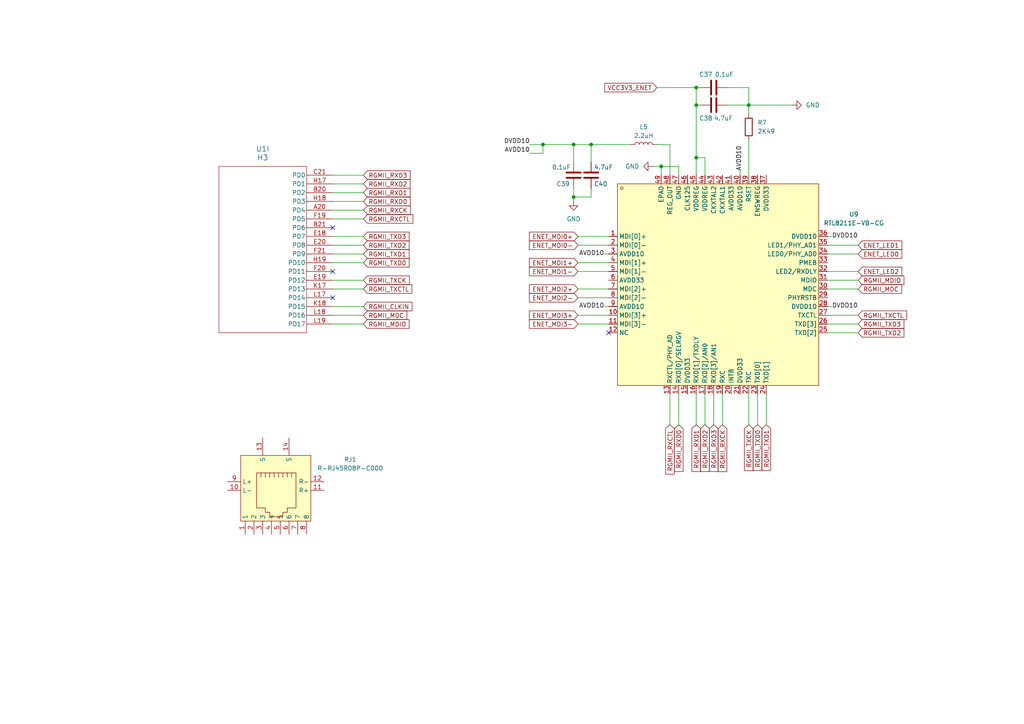
<source format=kicad_sch>
(kicad_sch (version 20250114) (generator "eeschema") (generator_version "9.0")
  (paper "A4")
  (lib_symbols
    (symbol "2024-11-20_05-40-34:H3" (pin_names (offset 0.254))
      (property "Reference" "U" (at 44.45 12.7 0))
      (property "Value" "H3" (at 44.45 10.16 0))
      (symbol "H3_1_1"
        (polyline (pts (xy 7.62 7.62) (xy 7.62 -127)) (stroke (width 0.127)))
        (polyline (pts (xy 7.62 -127) (xy 58.42 -127)) (stroke (width 0.127)))
        (polyline (pts (xy 58.42 7.62) (xy 7.62 7.62)) (stroke (width 0.127)))
        (polyline (pts (xy 58.42 -127) (xy 58.42 7.62)) (stroke (width 0.127)))
        (pin input line (at 0 0 0) (length 7.62) (name "JTAG-SEL0") (number "A1"))
        (pin input line (at 0 -2.54 0) (length 7.62) (name "JTAG-SEL1") (number "B2"))
        (pin unspecified line (at 0 -7.62 0) (length 7.62) (name "MICIN1N") (number "Y1"))
        (pin unspecified line (at 0 -10.16 0) (length 7.62) (name "MICIN1P") (number "W2"))
        (pin unspecified line (at 0 -12.7 0) (length 7.62) (name "MICIN2N") (number "AA2"))
        (pin unspecified line (at 0 -15.24 0) (length 7.62) (name "MICIN2P") (number "Y2"))
        (pin input line (at 0 -20.32 0) (length 7.62) (name "NMI") (number "AA6"))
        (pin input line (at 0 -22.86 0) (length 7.62) (name "RESET") (number "V6"))
        (pin input line (at 0 -25.4 0) (length 7.62) (name "TEST") (number "T5"))
        (pin input line (at 0 -27.94 0) (length 7.62) (name "UBOOT") (number "W6"))
        (pin unspecified line (at 0 -33.02 0) (length 7.62) (name "EPHY_LINK_LE") (number "A2"))
        (pin unspecified line (at 0 -35.56 0) (length 7.62) (name "EPHY_RTX") (number "F6"))
        (pin unspecified line (at 0 -38.1 0) (length 7.62) (name "EPHY_RXN") (number "A4"))
        (pin unspecified line (at 0 -40.64 0) (length 7.62) (name "EPHY_RXP") (number "B4"))
        (pin unspecified line (at 0 -43.18 0) (length 7.62) (name "EPHY_SPD_LE") (number "F7"))
        (pin unspecified line (at 0 -45.72 0) (length 7.62) (name "EPHY_TXN") (number "A3"))
        (pin unspecified line (at 0 -48.26 0) (length 7.62) (name "EPHY_TXP") (number "B3"))
        (pin unspecified line (at 0 -50.8 0) (length 7.62) (name "HCEC") (number "G5"))
        (pin unspecified line (at 0 -53.34 0) (length 7.62) (name "HHPD") (number "M2"))
        (pin unspecified line (at 0 -55.88 0) (length 7.62) (name "HSCL") (number "H3"))
        (pin unspecified line (at 0 -58.42 0) (length 7.62) (name "HSDA") (number "K3"))
        (pin unspecified line (at 0 -60.96 0) (length 7.62) (name "KEYADC") (number "AA5"))
        (pin unspecified line (at 0 -63.5 0) (length 7.62) (name "MBIAS") (number "W3"))
        (pin bidirectional line (at 0 -68.58 0) (length 7.62) (name "PA0") (number "D11"))
        (pin bidirectional line (at 0 -71.12 0) (length 7.62) (name "PA1") (number "D5"))
        (pin bidirectional line (at 0 -73.66 0) (length 7.62) (name "PA2") (number "D6"))
        (pin bidirectional line (at 0 -76.2 0) (length 7.62) (name "PA3") (number "E13"))
        (pin bidirectional line (at 0 -78.74 0) (length 7.62) (name "PA4") (number "F5"))
        (pin bidirectional line (at 0 -81.28 0) (length 7.62) (name "PA5") (number "H6"))
        (pin bidirectional line (at 0 -83.82 0) (length 7.62) (name "PA6") (number "E14"))
        (pin bidirectional line (at 0 -86.36 0) (length 7.62) (name "PA7") (number "D8"))
        (pin bidirectional line (at 0 -88.9 0) (length 7.62) (name "PA8") (number "F13"))
        (pin bidirectional line (at 0 -91.44 0) (length 7.62) (name "PA9") (number "D13"))
        (pin bidirectional line (at 0 -93.98 0) (length 7.62) (name "PA10") (number "E11"))
        (pin bidirectional line (at 0 -96.52 0) (length 7.62) (name "PA11") (number "F11"))
        (pin bidirectional line (at 0 -99.06 0) (length 7.62) (name "PA12") (number "C13"))
        (pin bidirectional line (at 0 -101.6 0) (length 7.62) (name "PA13") (number "E15"))
        (pin bidirectional line (at 0 -104.14 0) (length 7.62) (name "PA14") (number "G12"))
        (pin bidirectional line (at 0 -106.68 0) (length 7.62) (name "PA15") (number "F14"))
        (pin bidirectional line (at 0 -109.22 0) (length 7.62) (name "PA16") (number "D15"))
        (pin bidirectional line (at 0 -111.76 0) (length 7.62) (name "PA17") (number "C14"))
        (pin bidirectional line (at 0 -114.3 0) (length 7.62) (name "PA18") (number "B13"))
        (pin bidirectional line (at 0 -116.84 0) (length 7.62) (name "PA19") (number "B14"))
        (pin bidirectional line (at 0 -119.38 0) (length 7.62) (name "PA20") (number "A13"))
        (pin bidirectional line (at 0 -121.92 0) (length 7.62) (name "PA21") (number "A14"))
        (pin unspecified line (at 66.04 2.54 180) (length 7.62) (name "LINEOUTL") (number "AA3"))
        (pin unspecified line (at 66.04 0 180) (length 7.62) (name "LINEOUTR") (number "Y3"))
        (pin output line (at 66.04 -17.78 180) (length 7.62) (name "TVOUT") (number "F10"))
        (pin unspecified line (at 66.04 -22.86 180) (length 7.62) (name "X24MOUT") (number "K1"))
        (pin unspecified line (at 66.04 -27.94 180) (length 7.62) (name "X32KFOUT") (number "P3"))
        (pin unspecified line (at 66.04 -30.48 180) (length 7.62) (name "X32KOUT") (number "U4"))
        (pin unspecified line (at 66.04 -35.56 180) (length 7.62) (name "HTX0N") (number "F1"))
        (pin unspecified line (at 66.04 -38.1 180) (length 7.62) (name "HTX0P") (number "G1"))
        (pin unspecified line (at 66.04 -43.18 180) (length 7.62) (name "HTX1N") (number "G2"))
        (pin unspecified line (at 66.04 -45.72 180) (length 7.62) (name "HTX1P") (number "H2"))
        (pin unspecified line (at 66.04 -50.8 180) (length 7.62) (name "HTX2N") (number "J2"))
        (pin unspecified line (at 66.04 -53.34 180) (length 7.62) (name "HTX2P") (number "J1"))
        (pin unspecified line (at 66.04 -58.42 180) (length 7.62) (name "HTXCN") (number "E2"))
        (pin unspecified line (at 66.04 -60.96 180) (length 7.62) (name "HTXCP") (number "F2"))
        (pin unspecified line (at 66.04 -66.04 180) (length 7.62) (name "LINEINL") (number "V1"))
        (pin unspecified line (at 66.04 -68.58 180) (length 7.62) (name "LINEINR") (number "W1"))
      )
      (symbol "H3_2_1"
        (polyline (pts (xy 7.62 5.08) (xy 7.62 -99.06)) (stroke (width 0.127)))
        (polyline (pts (xy 7.62 -99.06) (xy 38.1 -99.06)) (stroke (width 0.127)))
        (polyline (pts (xy 38.1 5.08) (xy 7.62 5.08)) (stroke (width 0.127)))
        (polyline (pts (xy 38.1 -99.06) (xy 38.1 5.08)) (stroke (width 0.127)))
        (pin bidirectional line (at 0 0 0) (length 7.62) (name "PE0") (number "B10"))
        (pin bidirectional line (at 0 -2.54 0) (length 7.62) (name "PE1") (number "A10"))
        (pin bidirectional line (at 0 -5.08 0) (length 7.62) (name "PE2") (number "B11"))
        (pin bidirectional line (at 0 -7.62 0) (length 7.62) (name "PE3") (number "C10"))
        (pin bidirectional line (at 0 -10.16 0) (length 7.62) (name "PE4") (number "C9"))
        (pin bidirectional line (at 0 -12.7 0) (length 7.62) (name "PE5") (number "E10"))
        (pin bidirectional line (at 0 -15.24 0) (length 7.62) (name "PE6") (number "D10"))
        (pin bidirectional line (at 0 -17.78 0) (length 7.62) (name "PE7") (number "C8"))
        (pin bidirectional line (at 0 -20.32 0) (length 7.62) (name "PE8") (number "C11"))
        (pin bidirectional line (at 0 -22.86 0) (length 7.62) (name "PE9") (number "C12"))
        (pin bidirectional line (at 0 -25.4 0) (length 7.62) (name "PE10") (number "E8"))
        (pin bidirectional line (at 0 -27.94 0) (length 7.62) (name "PE11") (number "A11"))
        (pin bidirectional line (at 0 -30.48 0) (length 7.62) (name "PE12") (number "B12"))
        (pin bidirectional line (at 0 -33.02 0) (length 7.62) (name "PE13") (number "C7"))
        (pin bidirectional line (at 0 -35.56 0) (length 7.62) (name "PE14") (number "C6"))
        (pin bidirectional line (at 0 -38.1 0) (length 7.62) (name "PE15") (number "C5"))
        (pin bidirectional line (at 0 -43.18 0) (length 7.62) (name "PF0") (number "D19"))
        (pin bidirectional line (at 0 -45.72 0) (length 7.62) (name "PF1") (number "A19"))
        (pin bidirectional line (at 0 -48.26 0) (length 7.62) (name "PF2") (number "D20"))
        (pin bidirectional line (at 0 -50.8 0) (length 7.62) (name "PF3") (number "F18"))
        (pin bidirectional line (at 0 -53.34 0) (length 7.62) (name "PF4") (number "E21"))
        (pin bidirectional line (at 0 -55.88 0) (length 7.62) (name "PF5") (number "C20"))
        (pin bidirectional line (at 0 -58.42 0) (length 7.62) (name "PF6") (number "G18"))
        (pin bidirectional line (at 0 -63.5 0) (length 7.62) (name "PL0") (number "N1"))
        (pin bidirectional line (at 0 -66.04 0) (length 7.62) (name "PL1") (number "M1"))
        (pin bidirectional line (at 0 -68.58 0) (length 7.62) (name "PL2") (number "P2"))
        (pin bidirectional line (at 0 -71.12 0) (length 7.62) (name "PL3") (number "R1"))
        (pin bidirectional line (at 0 -73.66 0) (length 7.62) (name "PL4") (number "N2"))
        (pin bidirectional line (at 0 -76.2 0) (length 7.62) (name "PL5") (number "R2"))
        (pin bidirectional line (at 0 -78.74 0) (length 7.62) (name "PL6") (number "T4"))
        (pin bidirectional line (at 0 -81.28 0) (length 7.62) (name "PL7") (number "T3"))
        (pin bidirectional line (at 0 -83.82 0) (length 7.62) (name "PL8") (number "T2"))
        (pin bidirectional line (at 0 -86.36 0) (length 7.62) (name "PL9") (number "M6"))
        (pin bidirectional line (at 0 -88.9 0) (length 7.62) (name "PL10") (number "V2"))
        (pin bidirectional line (at 0 -91.44 0) (length 7.62) (name "PL11") (number "U2"))
        (pin unspecified line (at 0 -93.98 0) (length 7.62) (name "PLLTEST") (number "L5"))
        (pin bidirectional line (at 45.72 0 180) (length 7.62) (name "PG0") (number "J3"))
        (pin bidirectional line (at 45.72 -2.54 180) (length 7.62) (name "PG1") (number "L2"))
        (pin bidirectional line (at 45.72 -5.08 180) (length 7.62) (name "PG2") (number "H4"))
        (pin bidirectional line (at 45.72 -7.62 180) (length 7.62) (name "PG3") (number "F3"))
        (pin bidirectional line (at 45.72 -10.16 180) (length 7.62) (name "PG4") (number "C2"))
        (pin bidirectional line (at 45.72 -12.7 180) (length 7.62) (name "PG5") (number "C1"))
        (pin bidirectional line (at 45.72 -15.24 180) (length 7.62) (name "PG6") (number "G4"))
        (pin bidirectional line (at 45.72 -17.78 180) (length 7.62) (name "PG7") (number "D3"))
        (pin bidirectional line (at 45.72 -20.32 180) (length 7.62) (name "PG8") (number "C3"))
        (pin bidirectional line (at 45.72 -22.86 180) (length 7.62) (name "PG9") (number "E3"))
        (pin bidirectional line (at 45.72 -25.4 180) (length 7.62) (name "PG10") (number "M3"))
        (pin bidirectional line (at 45.72 -27.94 180) (length 7.62) (name "PG11") (number "D2"))
        (pin bidirectional line (at 45.72 -30.48 180) (length 7.62) (name "PG12") (number "D1"))
        (pin bidirectional line (at 45.72 -33.02 180) (length 7.62) (name "PG13") (number "B1"))
        (pin unspecified line (at 45.72 -43.18 180) (length 7.62) (name "VRA1") (number "Y4"))
        (pin unspecified line (at 45.72 -45.72 180) (length 7.62) (name "VRA2") (number "W5"))
        (pin unspecified line (at 45.72 -48.26 180) (length 7.62) (name "VRP") (number "V4"))
        (pin unspecified line (at 45.72 -53.34 180) (length 7.62) (name "X24MIN") (number "K2"))
        (pin unspecified line (at 45.72 -58.42 180) (length 7.62) (name "X32KIN") (number "V5"))
      )
      (symbol "H3_3_1"
        (polyline (pts (xy 7.62 5.08) (xy 7.62 -114.3)) (stroke (width 0.127)))
        (polyline (pts (xy 7.62 -114.3) (xy 43.18 -114.3)) (stroke (width 0.127)))
        (polyline (pts (xy 43.18 5.08) (xy 7.62 5.08)) (stroke (width 0.127)))
        (polyline (pts (xy 43.18 -114.3) (xy 43.18 5.08)) (stroke (width 0.127)))
        (text "DRAM" (at 25.4 1.27 0) (effects (font (size 2 2) (bold yes))))
        (pin unspecified line (at 0 0 0) (length 7.62) (name "SZQ") (number "V10"))
        (pin bidirectional line (at 0 -6.35 0) (length 7.62) (name "SBA0") (number "W17"))
        (pin bidirectional line (at 0 -8.89 0) (length 7.62) (name "SBA1") (number "T18"))
        (pin bidirectional line (at 0 -11.43 0) (length 7.62) (name "SBA2") (number "V17"))
        (pin bidirectional line (at 0 -16.51 0) (length 7.62) (name "SCAS") (number "U15"))
        (pin output line (at 0 -19.05 0) (length 7.62) (name "SRAS") (number "V13"))
        (pin output line (at 0 -21.59 0) (length 7.62) (name "SWE") (number "W13"))
        (pin output line (at 0 -24.13 0) (length 7.62) (name "SRST") (number "U16"))
        (pin bidirectional line (at 0 -29.21 0) (length 7.62) (name "SCKE0") (number "AA21"))
        (pin bidirectional line (at 0 -31.75 0) (length 7.62) (name "SCKE1") (number "Y21"))
        (pin bidirectional line (at 0 -36.83 0) (length 7.62) (name "SCS0") (number "W20"))
        (pin bidirectional line (at 0 -39.37 0) (length 7.62) (name "SCS1") (number "W21"))
        (pin bidirectional line (at 0 -44.45 0) (length 7.62) (name "SCK") (number "AA19"))
        (pin bidirectional line (at 0 -46.99 0) (length 7.62) (name "SCKB") (number "AA20"))
        (pin output line (at 0 -52.07 0) (length 7.62) (name "SODT0") (number "W11"))
        (pin output line (at 0 -54.61 0) (length 7.62) (name "SODT1") (number "V11"))
        (pin power_in line (at 0 -59.69 0) (length 7.62) (name "SVREF") (number "T16"))
        (pin bidirectional line (at 0 -71.12 0) (length 7.62) (name "SA0") (number "T17"))
        (pin bidirectional line (at 0 -73.66 0) (length 7.62) (name "SA1") (number "U18"))
        (pin bidirectional line (at 0 -76.2 0) (length 7.62) (name "SA2") (number "V19"))
        (pin bidirectional line (at 0 -78.74 0) (length 7.62) (name "SA3") (number "V20"))
        (pin bidirectional line (at 0 -81.28 0) (length 7.62) (name "SA4") (number "V21"))
        (pin bidirectional line (at 0 -83.82 0) (length 7.62) (name "SA5") (number "Y19"))
        (pin bidirectional line (at 0 -86.36 0) (length 7.62) (name "SA6") (number "Y20"))
        (pin bidirectional line (at 0 -88.9 0) (length 7.62) (name "SA7") (number "V15"))
        (pin bidirectional line (at 0 -91.44 0) (length 7.62) (name "SA8") (number "W18"))
        (pin bidirectional line (at 0 -93.98 0) (length 7.62) (name "SA9") (number "Y18"))
        (pin bidirectional line (at 0 -96.52 0) (length 7.62) (name "SA10") (number "P19"))
        (pin bidirectional line (at 0 -99.06 0) (length 7.62) (name "SA11") (number "N19"))
        (pin bidirectional line (at 0 -101.6 0) (length 7.62) (name "SA12") (number "R18"))
        (pin bidirectional line (at 0 -104.14 0) (length 7.62) (name "SA13") (number "V12"))
        (pin bidirectional line (at 0 -106.68 0) (length 7.62) (name "SA14") (number "N17"))
        (pin bidirectional line (at 0 -109.22 0) (length 7.62) (name "SA15") (number "R17"))
        (pin bidirectional line (at 50.8 0 180) (length 7.62) (name "SDQ0") (number "N20"))
        (pin bidirectional line (at 50.8 -2.54 180) (length 7.62) (name "SDQ1") (number "P21"))
        (pin bidirectional line (at 50.8 -5.08 180) (length 7.62) (name "SDQ2") (number "P20"))
        (pin bidirectional line (at 50.8 -7.62 180) (length 7.62) (name "SDQ3") (number "U21"))
        (pin bidirectional line (at 50.8 -10.16 180) (length 7.62) (name "SDQ4") (number "R19"))
        (pin bidirectional line (at 50.8 -12.7 180) (length 7.62) (name "SDQ5") (number "T20"))
        (pin bidirectional line (at 50.8 -15.24 180) (length 7.62) (name "SDQ6") (number "U19"))
        (pin bidirectional line (at 50.8 -17.78 180) (length 7.62) (name "SDQ7") (number "U20"))
        (pin bidirectional line (at 50.8 -20.32 180) (length 7.62) (name "SDQ8") (number "J19"))
        (pin bidirectional line (at 50.8 -22.86 180) (length 7.62) (name "SDQ9") (number "H20"))
        (pin bidirectional line (at 50.8 -25.4 180) (length 7.62) (name "SDQ10") (number "H21"))
        (pin bidirectional line (at 50.8 -27.94 180) (length 7.62) (name "SDQ11") (number "J21"))
        (pin bidirectional line (at 50.8 -30.48 180) (length 7.62) (name "SDQ12") (number "L20"))
        (pin bidirectional line (at 50.8 -33.02 180) (length 7.62) (name "SDQ13") (number "L21"))
        (pin bidirectional line (at 50.8 -35.56 180) (length 7.62) (name "SDQ14") (number "M21"))
        (pin bidirectional line (at 50.8 -38.1 180) (length 7.62) (name "SDQ15") (number "M19"))
        (pin bidirectional line (at 50.8 -40.64 180) (length 7.62) (name "SDQ16") (number "Y17"))
        (pin bidirectional line (at 50.8 -43.18 180) (length 7.62) (name "SDQ17") (number "AA17"))
        (pin bidirectional line (at 50.8 -45.72 180) (length 7.62) (name "SDQ18") (number "Y16"))
        (pin bidirectional line (at 50.8 -48.26 180) (length 7.62) (name "SDQ19") (number "W15"))
        (pin bidirectional line (at 50.8 -50.8 180) (length 7.62) (name "SDQ20") (number "Y14"))
        (pin bidirectional line (at 50.8 -53.34 180) (length 7.62) (name "SDQ21") (number "AA14"))
        (pin bidirectional line (at 50.8 -55.88 180) (length 7.62) (name "SDQ22") (number "Y13"))
        (pin bidirectional line (at 50.8 -58.42 180) (length 7.62) (name "SDQ23") (number "Y12"))
        (pin bidirectional line (at 50.8 -60.96 180) (length 7.62) (name "SDQ24") (number "W12"))
        (pin bidirectional line (at 50.8 -63.5 180) (length 7.62) (name "SDQ25") (number "AA11"))
        (pin bidirectional line (at 50.8 -66.04 180) (length 7.62) (name "SDQ26") (number "Y11"))
        (pin bidirectional line (at 50.8 -68.58 180) (length 7.62) (name "SDQ27") (number "Y10"))
        (pin bidirectional line (at 50.8 -71.12 180) (length 7.62) (name "SDQ28") (number "W9"))
        (pin bidirectional line (at 50.8 -73.66 180) (length 7.62) (name "SDQ29") (number "AA8"))
        (pin bidirectional line (at 50.8 -76.2 180) (length 7.62) (name "SDQ30") (number "Y8"))
        (pin bidirectional line (at 50.8 -78.74 180) (length 7.62) (name "SDQ31") (number "Y7"))
        (pin bidirectional line (at 50.8 -81.28 180) (length 7.62) (name "SDQM0") (number "M20"))
        (pin bidirectional line (at 50.8 -83.82 180) (length 7.62) (name "SDQM1") (number "G20"))
        (pin bidirectional line (at 50.8 -86.36 180) (length 7.62) (name "SDQM2") (number "AA18"))
        (pin bidirectional line (at 50.8 -88.9 180) (length 7.62) (name "SDQM3") (number "AA12"))
        (pin bidirectional line (at 50.8 -91.44 180) (length 7.62) (name "SDQS0") (number "R20"))
        (pin bidirectional line (at 50.8 -93.98 180) (length 7.62) (name "SDQS0B") (number "R21"))
        (pin bidirectional line (at 50.8 -96.52 180) (length 7.62) (name "SDQS1") (number "K20"))
        (pin bidirectional line (at 50.8 -99.06 180) (length 7.62) (name "SDQS1B") (number "J20"))
        (pin bidirectional line (at 50.8 -101.6 180) (length 7.62) (name "SDQS2") (number "AA15"))
        (pin bidirectional line (at 50.8 -104.14 180) (length 7.62) (name "SDQS2B") (number "Y15"))
        (pin bidirectional line (at 50.8 -106.68 180) (length 7.62) (name "SDQS3") (number "AA9"))
        (pin bidirectional line (at 50.8 -109.22 180) (length 7.62) (name "SDQS3B") (number "Y9"))
      )
      (symbol "H3_4_1"
        (polyline (pts (xy 7.62 5.08) (xy 7.62 -96.52)) (stroke (width 0.127)))
        (polyline (pts (xy 7.62 -96.52) (xy 33.02 -96.52)) (stroke (width 0.127)))
        (polyline (pts (xy 33.02 5.08) (xy 7.62 5.08)) (stroke (width 0.127)))
        (polyline (pts (xy 33.02 -96.52) (xy 33.02 5.08)) (stroke (width 0.127)))
        (pin no_connect line (at 0 0 0) (length 7.62) (name "NC") (number "K4"))
        (pin power_in line (at 0 -2.54 0) (length 7.62) (name "AVCC") (number "V3"))
        (pin power_in line (at 0 -7.62 0) (length 7.62) (name "EPHY_VCC") (number "G7"))
        (pin power_in line (at 0 -10.16 0) (length 7.62) (name "EPHY_VDD") (number "F8"))
        (pin power_in line (at 0 -15.24 0) (length 7.62) (name "HVCC") (number "J6"))
        (pin power_in line (at 0 -20.32 0) (length 7.62) (name "RTC_VIO") (number "M4"))
        (pin power_in line (at 0 -30.48 0) (length 7.62) (name "V33_TV") (number "G9"))
        (pin power_in line (at 0 -35.56 0) (length 7.62) (name "VCC_IO") (number "G13"))
        (pin power_in line (at 0 -38.1 0) (length 7.62) (name "VCC_IO") (number "G14"))
        (pin power_in line (at 0 -40.64 0) (length 7.62) (name "VCC_IO") (number "G15"))
        (pin power_in line (at 0 -43.18 0) (length 7.62) (name "VCC_IO") (number "H13"))
        (pin power_in line (at 0 -45.72 0) (length 7.62) (name "VCC_IO") (number "H14"))
        (pin power_in line (at 0 -48.26 0) (length 7.62) (name "VCC_IO") (number "J14"))
        (pin power_in line (at 0 -50.8 0) (length 7.62) (name "VCC_PD") (number "J15"))
        (pin power_in line (at 0 -53.34 0) (length 7.62) (name "VCC_PG") (number "H7"))
        (pin power_in line (at 0 -55.88 0) (length 7.62) (name "VCC_PLL") (number "N3"))
        (pin power_in line (at 0 -58.42 0) (length 7.62) (name "VCC_RTC") (number "K6"))
        (pin power_in line (at 0 -60.96 0) (length 7.62) (name "VCC_USB") (number "G11"))
        (pin power_in line (at 0 -66.04 0) (length 7.62) (name "VCC-DRAM") (number "L16"))
        (pin power_in line (at 0 -68.58 0) (length 7.62) (name "VCC-DRAM") (number "M16"))
        (pin power_in line (at 0 -71.12 0) (length 7.62) (name "VCC-DRAM") (number "N16"))
        (pin power_in line (at 0 -73.66 0) (length 7.62) (name "VCC-DRAM") (number "P16"))
        (pin power_in line (at 0 -76.2 0) (length 7.62) (name "VCC-DRAM") (number "P17"))
        (pin power_in line (at 0 -78.74 0) (length 7.62) (name "VCC-DRAM") (number "R16"))
        (pin power_in line (at 0 -81.28 0) (length 7.62) (name "VCC-DRAM") (number "T12"))
        (pin power_in line (at 0 -83.82 0) (length 7.62) (name "VCC-DRAM") (number "T13"))
        (pin power_in line (at 0 -86.36 0) (length 7.62) (name "VCC-DRAM") (number "T14"))
        (pin power_in line (at 0 -88.9 0) (length 7.62) (name "VCC-DRAM") (number "T15"))
        (pin power_in line (at 0 -91.44 0) (length 7.62) (name "VCC-DRAM") (number "U11"))
      )
      (symbol "H3_5_1"
        (polyline (pts (xy 7.62 5.08) (xy 7.62 -132.08)) (stroke (width 0.127)))
        (polyline (pts (xy 7.62 -132.08) (xy 43.18 -132.08)) (stroke (width 0.127)))
        (polyline (pts (xy 43.18 5.08) (xy 7.62 5.08)) (stroke (width 0.127)))
        (polyline (pts (xy 43.18 -132.08) (xy 43.18 5.08)) (stroke (width 0.127)))
        (pin power_in line (at 0 0 0) (length 7.62) (name "VDD_CPUS") (number "J7"))
        (pin power_in line (at 0 -2.54 0) (length 7.62) (name "VDD_CPUS") (number "J8"))
        (pin power_in line (at 0 -5.08 0) (length 7.62) (name "VDD_CPUX") (number "N8"))
        (pin power_in line (at 0 -7.62 0) (length 7.62) (name "VDD_CPUX") (number "P6"))
        (pin power_in line (at 0 -10.16 0) (length 7.62) (name "VDD_CPUX") (number "P7"))
        (pin power_in line (at 0 -12.7 0) (length 7.62) (name "VDD_CPUX") (number "P8"))
        (pin power_in line (at 0 -15.24 0) (length 7.62) (name "VDD_CPUX") (number "P9"))
        (pin power_in line (at 0 -17.78 0) (length 7.62) (name "VDD_CPUX") (number "R6"))
        (pin power_in line (at 0 -20.32 0) (length 7.62) (name "VDD_CPUX") (number "R7"))
        (pin power_in line (at 0 -22.86 0) (length 7.62) (name "VDD_CPUX") (number "R8"))
        (pin power_in line (at 0 -25.4 0) (length 7.62) (name "VDD_CPUX") (number "T6"))
        (pin power_in line (at 0 -27.94 0) (length 7.62) (name "VDD_CPUX") (number "T7"))
        (pin power_in line (at 0 -30.48 0) (length 7.62) (name "VDD_CPUX") (number "T8"))
        (pin power_in line (at 0 -33.02 0) (length 7.62) (name "VDD_CPUX") (number "U6"))
        (pin power_in line (at 0 -35.56 0) (length 7.62) (name "VDD_CPUX") (number "U9"))
        (pin power_in line (at 0 -38.1 0) (length 7.62) (name "VDD_SYS") (number "H10"))
        (pin power_in line (at 0 -40.64 0) (length 7.62) (name "VDD_SYS") (number "J10"))
        (pin power_in line (at 0 -43.18 0) (length 7.62) (name "VDD_SYS") (number "J11"))
        (pin power_in line (at 0 -45.72 0) (length 7.62) (name "VDD_SYS") (number "J12"))
        (pin power_in line (at 0 -48.26 0) (length 7.62) (name "VDD_SYS") (number "K10"))
        (pin power_in line (at 0 -50.8 0) (length 7.62) (name "VDD_SYS") (number "K11"))
        (pin power_in line (at 0 -53.34 0) (length 7.62) (name "VDD_SYS") (number "K12"))
        (pin power_in line (at 0 -55.88 0) (length 7.62) (name "VDD_SYS") (number "L10"))
        (pin power_in line (at 0 -58.42 0) (length 7.62) (name "VDD_SYS") (number "L11"))
        (pin power_in line (at 0 -60.96 0) (length 7.62) (name "VDD_SYS") (number "L12"))
        (pin power_in line (at 0 -63.5 0) (length 7.62) (name "VDD_SYS") (number "L13"))
        (pin power_in line (at 0 -66.04 0) (length 7.62) (name "VDD_SYS") (number "L14"))
        (pin power_in line (at 0 -68.58 0) (length 7.62) (name "VDD_EF_USEBP") (number "H11"))
        (pin power_in line (at 0 -71.12 0) (length 7.62) (name "VDD_EFUSE") (number "G10"))
        (pin power_out line (at 0 -73.66 0) (length 7.62) (name "AGND") (number "U3"))
        (pin power_out line (at 0 -78.74 0) (length 7.62) (name "GND") (number "G8"))
        (pin power_out line (at 0 -81.28 0) (length 7.62) (name "GND") (number "H8"))
        (pin power_out line (at 0 -83.82 0) (length 7.62) (name "GND") (number "J9"))
        (pin power_out line (at 0 -86.36 0) (length 7.62) (name "GND") (number "K7"))
        (pin power_out line (at 0 -88.9 0) (length 7.62) (name "GND") (number "K8"))
        (pin power_out line (at 0 -91.44 0) (length 7.62) (name "GND") (number "K9"))
        (pin power_out line (at 0 -93.98 0) (length 7.62) (name "GND") (number "L8"))
        (pin power_out line (at 0 -96.52 0) (length 7.62) (name "GND") (number "L9"))
        (pin power_out line (at 0 -99.06 0) (length 7.62) (name "GND") (number "M7"))
        (pin power_out line (at 0 -101.6 0) (length 7.62) (name "GND") (number "M8"))
        (pin power_out line (at 0 -104.14 0) (length 7.62) (name "GND") (number "M9"))
        (pin power_out line (at 0 -106.68 0) (length 7.62) (name "GND") (number "N7"))
        (pin power_out line (at 0 -109.22 0) (length 7.62) (name "GND") (number "N9"))
        (pin power_out line (at 0 -111.76 0) (length 7.62) (name "GND") (number "R9"))
        (pin power_out line (at 0 -114.3 0) (length 7.62) (name "GND") (number "A21"))
        (pin power_out line (at 0 -116.84 0) (length 7.62) (name "GND") (number "AA1"))
        (pin power_out line (at 0 -119.38 0) (length 7.62) (name "GND") (number "H12"))
        (pin power_out line (at 0 -121.92 0) (length 7.62) (name "GND") (number "H15"))
        (pin power_out line (at 0 -124.46 0) (length 7.62) (name "GND") (number "J13"))
        (pin power_out line (at 0 -127 0) (length 7.62) (name "GND") (number "J16"))
      )
      (symbol "H3_6_1"
        (polyline (pts (xy 7.62 5.08) (xy 7.62 -86.36)) (stroke (width 0.127)))
        (polyline (pts (xy 7.62 -86.36) (xy 33.02 -86.36)) (stroke (width 0.127)))
        (polyline (pts (xy 33.02 5.08) (xy 7.62 5.08)) (stroke (width 0.127)))
        (polyline (pts (xy 33.02 -86.36) (xy 33.02 5.08)) (stroke (width 0.127)))
        (pin power_out line (at 0 0 0) (length 7.62) (name "GND") (number "K13"))
        (pin power_out line (at 0 -2.54 0) (length 7.62) (name "GND") (number "K14"))
        (pin power_out line (at 0 -5.08 0) (length 7.62) (name "GND") (number "K15"))
        (pin power_out line (at 0 -7.62 0) (length 7.62) (name "GND") (number "K16"))
        (pin power_out line (at 0 -10.16 0) (length 7.62) (name "GND") (number "L15"))
        (pin power_out line (at 0 -12.7 0) (length 7.62) (name "GND") (number "M10"))
        (pin power_out line (at 0 -15.24 0) (length 7.62) (name "GND") (number "M11"))
        (pin power_out line (at 0 -17.78 0) (length 7.62) (name "GND") (number "M12"))
        (pin power_out line (at 0 -20.32 0) (length 7.62) (name "GND") (number "M13"))
        (pin power_out line (at 0 -22.86 0) (length 7.62) (name "GND") (number "M14"))
        (pin power_out line (at 0 -25.4 0) (length 7.62) (name "GND") (number "M15"))
        (pin power_out line (at 0 -27.94 0) (length 7.62) (name "GND") (number "N10"))
        (pin power_out line (at 0 -30.48 0) (length 7.62) (name "GND") (number "N11"))
        (pin power_out line (at 0 -33.02 0) (length 7.62) (name "GND") (number "N12"))
        (pin power_out line (at 0 -35.56 0) (length 7.62) (name "GND") (number "N13"))
        (pin power_out line (at 0 -38.1 0) (length 7.62) (name "GND") (number "N14"))
        (pin power_out line (at 0 -40.64 0) (length 7.62) (name "GND") (number "N15"))
        (pin power_out line (at 0 -43.18 0) (length 7.62) (name "GND") (number "P10"))
        (pin power_out line (at 0 -45.72 0) (length 7.62) (name "GND") (number "P11"))
        (pin power_out line (at 0 -48.26 0) (length 7.62) (name "GND") (number "P12"))
        (pin power_out line (at 0 -50.8 0) (length 7.62) (name "GND") (number "P13"))
        (pin power_out line (at 0 -53.34 0) (length 7.62) (name "GND") (number "P14"))
        (pin power_out line (at 0 -55.88 0) (length 7.62) (name "GND") (number "P15"))
        (pin power_out line (at 0 -58.42 0) (length 7.62) (name "GND") (number "R10"))
        (pin power_out line (at 0 -60.96 0) (length 7.62) (name "GND") (number "R11"))
        (pin power_out line (at 0 -63.5 0) (length 7.62) (name "GND") (number "R12"))
        (pin power_out line (at 0 -66.04 0) (length 7.62) (name "GND") (number "R13"))
        (pin power_out line (at 0 -68.58 0) (length 7.62) (name "GND") (number "R14"))
        (pin power_out line (at 0 -71.12 0) (length 7.62) (name "GND") (number "T11"))
        (pin power_out line (at 0 -73.66 0) (length 7.62) (name "GND-CPUFB") (number "T9"))
        (pin power_out line (at 0 -76.2 0) (length 7.62) (name "GND-CPUFB") (number "T10"))
        (pin power_out line (at 0 -81.28 0) (length 7.62) (name "HGND") (number "M5"))
      )
      (symbol "H3_7_1"
        (polyline (pts (xy 19.05 7.62) (xy 19.05 -20.32)) (stroke (width 0.127)))
        (polyline (pts (xy 19.05 -20.32) (xy 48.26 -20.32)) (stroke (width 0.127)))
        (polyline (pts (xy 48.26 7.62) (xy 19.05 7.62)) (stroke (width 0.127)))
        (polyline (pts (xy 48.26 -20.32) (xy 48.26 7.62)) (stroke (width 0.127)))
        (text "USB" (at 33.02 3.81 0) (effects (font (size 2 2) (bold yes))))
        (pin unspecified line (at 55.88 2.54 180) (length 7.62) (name "USB_DM0") (number "B5"))
        (pin unspecified line (at 55.88 0 180) (length 7.62) (name "USB_DM1") (number "B7"))
        (pin unspecified line (at 55.88 -2.54 180) (length 7.62) (name "USB_DM2") (number "A8"))
        (pin unspecified line (at 55.88 -5.08 180) (length 7.62) (name "USB_DM3") (number "B9"))
        (pin unspecified line (at 55.88 -7.62 180) (length 7.62) (name "USB_DP0") (number "A5"))
        (pin unspecified line (at 55.88 -10.16 180) (length 7.62) (name "USB_DP1") (number "B6"))
        (pin unspecified line (at 55.88 -12.7 180) (length 7.62) (name "USB_DP2") (number "A7"))
        (pin unspecified line (at 55.88 -15.24 180) (length 7.62) (name "USB_DP3") (number "B8"))
      )
      (symbol "H3_8_1"
        (polyline (pts (xy 21.59 7.62) (xy 21.59 -41.91)) (stroke (width 0.127)))
        (polyline (pts (xy 21.59 -41.91) (xy 44.45 -41.91)) (stroke (width 0.127)))
        (polyline (pts (xy 44.45 7.62) (xy 21.59 7.62)) (stroke (width 0.127)))
        (polyline (pts (xy 44.45 -41.91) (xy 44.45 7.62)) (stroke (width 0.127)))
        (pin bidirectional line (at 52.07 2.54 180) (length 7.62) (name "PC0/NAND_WE") (number "C15"))
        (pin bidirectional line (at 52.07 0 180) (length 7.62) (name "PC1/NAND_ALE") (number "C16"))
        (pin bidirectional line (at 52.07 -2.54 180) (length 7.62) (name "PC2/NAND_CLE") (number "B16"))
        (pin bidirectional line (at 52.07 -5.08 180) (length 7.62) (name "PC3/NAND_CE1") (number "B15"))
        (pin bidirectional line (at 52.07 -7.62 180) (length 7.62) (name "PC4/NAND_CE0") (number "F16"))
        (pin bidirectional line (at 52.07 -10.16 180) (length 7.62) (name "PC5/NAND_RE") (number "A17"))
        (pin bidirectional line (at 52.07 -12.7 180) (length 7.62) (name "PC6/NAND_RB0") (number "E16"))
        (pin bidirectional line (at 52.07 -15.24 180) (length 7.62) (name "PC7/NAND_RB1") (number "A16"))
        (pin bidirectional line (at 52.07 -17.78 180) (length 7.62) (name "PC8/NAND_DQ0") (number "B18"))
        (pin bidirectional line (at 52.07 -20.32 180) (length 7.62) (name "PC9/NAND_DQ1") (number "C17"))
        (pin bidirectional line (at 52.07 -22.86 180) (length 7.62) (name "PC10/NAND_DQ2") (number "D17"))
        (pin bidirectional line (at 52.07 -25.4 180) (length 7.62) (name "PC11/NAND_DQ3") (number "C18"))
        (pin bidirectional line (at 52.07 -27.94 180) (length 7.62) (name "PC12/NAND_DQ4") (number "B17"))
        (pin bidirectional line (at 52.07 -30.48 180) (length 7.62) (name "PC13/NAND_DQ5") (number "B19"))
        (pin bidirectional line (at 52.07 -33.02 180) (length 7.62) (name "PC14/NAND_DQ6") (number "F17"))
        (pin bidirectional line (at 52.07 -35.56 180) (length 7.62) (name "PC15/NAND_DQ7") (number "C19"))
        (pin bidirectional line (at 52.07 -38.1 180) (length 7.62) (name "PC16/NAND_DQS") (number "H16"))
      )
      (symbol "H3_9_1"
        (polyline (pts (xy 33.02 7.62) (xy 33.02 -40.64)) (stroke (width 0.127)))
        (polyline (pts (xy 33.02 -40.64) (xy 58.42 -40.64)) (stroke (width 0.127)))
        (polyline (pts (xy 58.42 7.62) (xy 33.02 7.62)) (stroke (width 0.127)))
        (polyline (pts (xy 58.42 -40.64) (xy 58.42 7.62)) (stroke (width 0.127)))
        (pin bidirectional line (at 66.04 5.08 180) (length 7.62) (name "PD0") (number "C21"))
        (pin bidirectional line (at 66.04 2.54 180) (length 7.62) (name "PD1") (number "H17"))
        (pin bidirectional line (at 66.04 0 180) (length 7.62) (name "PD2") (number "B20"))
        (pin bidirectional line (at 66.04 -2.54 180) (length 7.62) (name "PD3") (number "H18"))
        (pin bidirectional line (at 66.04 -5.08 180) (length 7.62) (name "PD4") (number "A20"))
        (pin bidirectional line (at 66.04 -7.62 180) (length 7.62) (name "PD5") (number "F19"))
        (pin bidirectional line (at 66.04 -10.16 180) (length 7.62) (name "PD6") (number "B21"))
        (pin bidirectional line (at 66.04 -12.7 180) (length 7.62) (name "PD7") (number "E18"))
        (pin bidirectional line (at 66.04 -15.24 180) (length 7.62) (name "PD8") (number "E20"))
        (pin bidirectional line (at 66.04 -17.78 180) (length 7.62) (name "PD9") (number "F21"))
        (pin bidirectional line (at 66.04 -20.32 180) (length 7.62) (name "PD10") (number "H19"))
        (pin bidirectional line (at 66.04 -22.86 180) (length 7.62) (name "PD11") (number "F20"))
        (pin bidirectional line (at 66.04 -25.4 180) (length 7.62) (name "PD12") (number "E19"))
        (pin bidirectional line (at 66.04 -27.94 180) (length 7.62) (name "PD13") (number "K17"))
        (pin bidirectional line (at 66.04 -30.48 180) (length 7.62) (name "PD14") (number "L17"))
        (pin bidirectional line (at 66.04 -33.02 180) (length 7.62) (name "PD15") (number "K18"))
        (pin bidirectional line (at 66.04 -35.56 180) (length 7.62) (name "PD16") (number "L18"))
        (pin bidirectional line (at 66.04 -38.1 180) (length 7.62) (name "PD17") (number "L19"))
      )
    )
    (symbol "Device:C" (pin_numbers (hide yes)) (pin_names (offset 0.254))
      (property "Reference" "C" (at 0.635 2.54 0))
      (property "Value" "C" (at 0.635 -2.54 0))
      (symbol "C_0_1"
        (polyline (pts (xy -2.032 0.762) (xy 2.032 0.762)) (stroke (width 0.508)))
        (polyline (pts (xy -2.032 -0.762) (xy 2.032 -0.762)) (stroke (width 0.508)))
      )
      (symbol "C_1_1"
        (pin passive line (at 0 3.81 270) (length 2.794) (name "~") (number "1"))
        (pin passive line (at 0 -3.81 90) (length 2.794) (name "~") (number "2"))
      )
    )
    (symbol "Device:L" (pin_numbers (hide yes)) (pin_names (offset 1.016) (hide yes))
      (property "Reference" "L" (at -1.27 0 90))
      (property "Value" "L" (at 1.905 0 90))
      (symbol "L_0_1"
        (arc (start 0 2.54) (mid 0.6323 1.905) (end 0 1.27))
        (arc (start 0 1.27) (mid 0.6323 0.635) (end 0 0))
        (arc (start 0 0) (mid 0.6323 -0.635) (end 0 -1.27))
        (arc (start 0 -1.27) (mid 0.6323 -1.905) (end 0 -2.54))
      )
      (symbol "L_1_1"
        (pin passive line (at 0 3.81 270) (length 1.27) (name "1") (number "1"))
        (pin passive line (at 0 -3.81 90) (length 1.27) (name "2") (number "2"))
      )
    )
    (symbol "Device:R" (pin_numbers (hide yes)) (pin_names (offset 0))
      (property "Reference" "R" (at 2.032 0 90))
      (property "Value" "R" (at 0 0 90))
      (symbol "R_0_1"
        (rectangle (start -1.016 -2.54) (end 1.016 2.54) (stroke (width 0.254)))
      )
      (symbol "R_1_1"
        (pin passive line (at 0 3.81 270) (length 1.27) (name "~") (number "1"))
        (pin passive line (at 0 -3.81 90) (length 1.27) (name "~") (number "2"))
      )
    )
    (symbol "easyeda2kicad:R-RJ45R08P-C000"
      (property "Reference" "RJ" (at 0 20.32 0))
      (property "Value" "R-RJ45R08P-C000" (at 0 -17.78 0))
      (symbol "R-RJ45R08P-C000_0_1"
        (rectangle (start -11.43 10.16) (end 8.89 -8.89) (fill (type background)))
        (polyline (pts (xy -6.86 5.08) (xy 4.57 5.08) (xy 4.57 -5.08) (xy 2.03 -5.08) (xy 2.03 -6.35) (xy 0.76 -6.35) (xy 0.76 -7.62) (xy -3.05 -7.62) (xy -3.05 -6.35) (xy -4.32 -6.35) (xy -4.32 -5.08) (xy -6.86 -5.08) (xy -6.86 5.08) (xy -6.86 5.08)) (fill (type background)))
        (polyline (pts (xy -5.59 3.81) (xy -5.59 5.08) (xy -5.59 5.08)))
        (polyline (pts (xy -4.32 5.08) (xy -4.32 3.81) (xy -4.32 3.81)))
        (polyline (pts (xy -3.05 5.08) (xy -3.05 3.81) (xy -3.05 3.81)))
        (polyline (pts (xy -1.78 5.08) (xy -1.78 3.81) (xy -1.78 3.81)))
        (polyline (pts (xy -0.51 5.08) (xy -0.51 3.81) (xy -0.51 3.81)))
        (polyline (pts (xy 0.76 5.08) (xy 0.76 3.81) (xy 0.76 3.81)))
        (polyline (pts (xy 2.03 3.81) (xy 2.03 5.08) (xy 2.03 5.08)))
        (polyline (pts (xy 3.3 3.81) (xy 3.3 5.08) (xy 3.3 5.08)))
        (pin unspecified line (at -15.24 2.54 0) (length 3.81) (name "L+") (number "9"))
        (pin unspecified line (at -15.24 0 0) (length 3.81) (name "L-") (number "10"))
        (pin unspecified line (at -10.16 -12.7 90) (length 3.81) (name "1") (number "1"))
        (pin unspecified line (at -7.62 -12.7 90) (length 3.81) (name "2") (number "2"))
        (pin unspecified line (at -5.08 15.24 270) (length 5.08) (name "S") (number "13"))
        (pin unspecified line (at -5.08 -12.7 90) (length 3.81) (name "3") (number "3"))
        (pin unspecified line (at -2.54 -12.7 90) (length 3.81) (name "4") (number "4"))
        (pin unspecified line (at 0 -12.7 90) (length 3.81) (name "5") (number "5"))
        (pin unspecified line (at 2.54 15.24 270) (length 5.08) (name "S") (number "14"))
        (pin unspecified line (at 2.54 -12.7 90) (length 3.81) (name "6") (number "6"))
        (pin unspecified line (at 5.08 -12.7 90) (length 3.81) (name "7") (number "7"))
        (pin unspecified line (at 7.62 -12.7 90) (length 3.81) (name "8") (number "8"))
        (pin unspecified line (at 12.7 2.54 180) (length 3.81) (name "R-") (number "12"))
        (pin unspecified line (at 12.7 0 180) (length 3.81) (name "R+") (number "11"))
      )
    )
    (symbol "easyeda2kicad:RTL8211E-VB-CG"
      (property "Reference" "U" (at 0 36.83 0))
      (property "Value" "RTL8211E-VB-CG" (at 0 -36.83 0))
      (symbol "RTL8211E-VB-CG_0_1"
        (rectangle (start -29.21 29.21) (end 29.21 -29.21) (fill (type background)))
        (circle (center -27.94 27.94) (radius 0.38))
        (pin unspecified line (at -31.75 13.97 0) (length 2.54) (name "MDI[0]+") (number "1"))
        (pin unspecified line (at -31.75 11.43 0) (length 2.54) (name "MDI[0]-") (number "2"))
        (pin unspecified line (at -31.75 8.89 0) (length 2.54) (name "AVDD10") (number "3"))
        (pin unspecified line (at -31.75 6.35 0) (length 2.54) (name "MDI[1]+") (number "4"))
        (pin unspecified line (at -31.75 3.81 0) (length 2.54) (name "MDI[1]-") (number "5"))
        (pin unspecified line (at -31.75 1.27 0) (length 2.54) (name "AVDD33") (number "6"))
        (pin unspecified line (at -31.75 -1.27 0) (length 2.54) (name "MDI[2]+") (number "7"))
        (pin unspecified line (at -31.75 -3.81 0) (length 2.54) (name "MDI[2]-") (number "8"))
        (pin unspecified line (at -31.75 -6.35 0) (length 2.54) (name "AVDD10") (number "9"))
        (pin unspecified line (at -31.75 -8.89 0) (length 2.54) (name "MDI[3]+") (number "10"))
        (pin unspecified line (at -31.75 -11.43 0) (length 2.54) (name "MDI[3]-") (number "11"))
        (pin unspecified line (at -31.75 -13.97 0) (length 2.54) (name "NC") (number "12"))
        (pin unspecified line (at -16.51 31.75 270) (length 2.54) (name "EPAD") (number "49"))
        (pin unspecified line (at -13.97 31.75 270) (length 2.54) (name "REG_OUT") (number "48"))
        (pin unspecified line (at -13.97 -31.75 90) (length 2.54) (name "RXCTL/PHY_AD") (number "13"))
        (pin unspecified line (at -11.43 31.75 270) (length 2.54) (name "GND") (number "47"))
        (pin unspecified line (at -11.43 -31.75 90) (length 2.54) (name "RXD[0]/SELRGV") (number "14"))
        (pin unspecified line (at -8.89 31.75 270) (length 2.54) (name "CLK125") (number "46"))
        (pin unspecified line (at -8.89 -31.75 90) (length 2.54) (name "DVDD33") (number "15"))
        (pin unspecified line (at -6.35 31.75 270) (length 2.54) (name "VDDREG") (number "45"))
        (pin unspecified line (at -6.35 -31.75 90) (length 2.54) (name "RXD[1]/TXDLY") (number "16"))
        (pin unspecified line (at -3.81 31.75 270) (length 2.54) (name "VDDREG") (number "44"))
        (pin unspecified line (at -3.81 -31.75 90) (length 2.54) (name "RXD[2]/AN0") (number "17"))
        (pin unspecified line (at -1.27 31.75 270) (length 2.54) (name "CKXTAL2") (number "43"))
        (pin unspecified line (at -1.27 -31.75 90) (length 2.54) (name "RXD[3]/AN1") (number "18"))
        (pin unspecified line (at 1.27 31.75 270) (length 2.54) (name "CKXTAL1") (number "42"))
        (pin unspecified line (at 1.27 -31.75 90) (length 2.54) (name "RXC") (number "19"))
        (pin unspecified line (at 3.81 31.75 270) (length 2.54) (name "AVDD33") (number "41"))
        (pin unspecified line (at 3.81 -31.75 90) (length 2.54) (name "INTB") (number "20"))
        (pin unspecified line (at 6.35 31.75 270) (length 2.54) (name "AVDD10") (number "40"))
        (pin unspecified line (at 6.35 -31.75 90) (length 2.54) (name "DVDD33") (number "21"))
        (pin unspecified line (at 8.89 31.75 270) (length 2.54) (name "RSET") (number "39"))
        (pin unspecified line (at 8.89 -31.75 90) (length 2.54) (name "TXC") (number "22"))
        (pin unspecified line (at 11.43 31.75 270) (length 2.54) (name "ENSWREG") (number "38"))
        (pin unspecified line (at 11.43 -31.75 90) (length 2.54) (name "TXD[0]") (number "23"))
        (pin unspecified line (at 13.97 31.75 270) (length 2.54) (name "DVDD33") (number "37"))
        (pin unspecified line (at 13.97 -31.75 90) (length 2.54) (name "TXD[1]") (number "24"))
        (pin unspecified line (at 31.75 13.97 180) (length 2.54) (name "DVDD10") (number "36"))
        (pin unspecified line (at 31.75 11.43 180) (length 2.54) (name "LED1/PHY_AD1") (number "35"))
        (pin unspecified line (at 31.75 8.89 180) (length 2.54) (name "LED0/PHY_AD0") (number "34"))
        (pin unspecified line (at 31.75 6.35 180) (length 2.54) (name "PMEB") (number "33"))
        (pin unspecified line (at 31.75 3.81 180) (length 2.54) (name "LED2/RXDLY") (number "32"))
        (pin unspecified line (at 31.75 1.27 180) (length 2.54) (name "MDIO") (number "31"))
        (pin unspecified line (at 31.75 -1.27 180) (length 2.54) (name "MDC") (number "30"))
        (pin unspecified line (at 31.75 -3.81 180) (length 2.54) (name "PHYRSTB") (number "29"))
        (pin unspecified line (at 31.75 -6.35 180) (length 2.54) (name "DVDD10") (number "28"))
        (pin unspecified line (at 31.75 -8.89 180) (length 2.54) (name "TXCTL") (number "27"))
        (pin unspecified line (at 31.75 -11.43 180) (length 2.54) (name "TXD[3]") (number "26"))
        (pin unspecified line (at 31.75 -13.97 180) (length 2.54) (name "TXD[2]") (number "25"))
      )
    )
    (symbol "power:GND" (power) (pin_numbers (hide yes)) (pin_names (offset 0) (hide yes))
      (property "Value" "GND" (at 0 -3.81 0))
      (symbol "GND_0_1"
        (polyline (pts (xy 0 0) (xy 0 -1.27) (xy 1.27 -1.27) (xy 0 -2.54) (xy -1.27 -1.27) (xy 0 -1.27)))
      )
      (symbol "GND_1_1"
        (pin power_in line (at 0 0 270) (length 0) (name "~") (number "1"))
      )
    )
  )
  (junction (at 201.93 25.4))
  (junction (at 157.48 41.91))
  (junction (at 201.93 45.72))
  (junction (at 191.77 48.26))
  (junction (at 166.37 41.91))
  (junction (at 201.93 30.48))
  (junction (at 171.45 41.91))
  (junction (at 217.17 30.48))
  (junction (at 166.37 57.15))
  (no_connect (at 96.52 78.74))
  (no_connect (at 176.53 96.52))
  (no_connect (at 96.52 86.36))
  (no_connect (at 96.52 66.04))
  (wire (pts (xy 157.48 41.91) (xy 166.37 41.91)))
  (wire (pts (xy 96.52 63.5) (xy 105.41 63.5)))
  (wire (pts (xy 96.52 88.9) (xy 105.41 88.9)))
  (wire (pts (xy 240.03 91.44) (xy 248.92 91.44)))
  (wire (pts (xy 240.03 93.98) (xy 248.92 93.98)))
  (wire (pts (xy 171.45 57.15) (xy 166.37 57.15)))
  (wire (pts (xy 96.52 50.8) (xy 105.41 50.8)))
  (wire (pts (xy 207.01 114.3) (xy 207.01 123.19)))
  (wire (pts (xy 166.37 41.91) (xy 166.37 46.99)))
  (wire (pts (xy 96.52 83.82) (xy 105.41 83.82)))
  (wire (pts (xy 176.53 76.2) (xy 167.64 76.2)))
  (wire (pts (xy 240.03 73.66) (xy 248.92 73.66)))
  (wire (pts (xy 240.03 83.82) (xy 248.92 83.82)))
  (wire (pts (xy 166.37 57.15) (xy 166.37 58.42)))
  (wire (pts (xy 176.53 91.44) (xy 167.64 91.44)))
  (wire (pts (xy 153.67 41.91) (xy 157.48 41.91)))
  (wire (pts (xy 96.52 91.44) (xy 105.41 91.44)))
  (wire (pts (xy 209.55 114.3) (xy 209.55 123.19)))
  (wire (pts (xy 201.93 30.48) (xy 203.2 30.48)))
  (wire (pts (xy 157.48 44.45) (xy 157.48 41.91)))
  (wire (pts (xy 196.85 48.26) (xy 191.77 48.26)))
  (wire (pts (xy 210.82 25.4) (xy 217.17 25.4)))
  (wire (pts (xy 176.53 68.58) (xy 167.64 68.58)))
  (wire (pts (xy 217.17 40.64) (xy 217.17 50.8)))
  (wire (pts (xy 240.03 81.28) (xy 248.92 81.28)))
  (wire (pts (xy 171.45 54.61) (xy 171.45 57.15)))
  (wire (pts (xy 96.52 76.2) (xy 105.41 76.2)))
  (wire (pts (xy 204.47 114.3) (xy 204.47 123.19)))
  (wire (pts (xy 222.25 114.3) (xy 222.25 123.19)))
  (wire (pts (xy 191.77 48.26) (xy 191.77 50.8)))
  (wire (pts (xy 240.03 71.12) (xy 248.92 71.12)))
  (wire (pts (xy 240.03 96.52) (xy 248.92 96.52)))
  (wire (pts (xy 201.93 45.72) (xy 204.47 45.72)))
  (wire (pts (xy 176.53 71.12) (xy 167.64 71.12)))
  (wire (pts (xy 217.17 114.3) (xy 217.17 123.19)))
  (wire (pts (xy 96.52 73.66) (xy 105.41 73.66)))
  (wire (pts (xy 229.87 30.48) (xy 217.17 30.48)))
  (wire (pts (xy 196.85 114.3) (xy 196.85 123.19)))
  (wire (pts (xy 190.5 25.4) (xy 201.93 25.4)))
  (wire (pts (xy 196.85 50.8) (xy 196.85 48.26)))
  (wire (pts (xy 194.31 50.8) (xy 194.31 41.91)))
  (wire (pts (xy 194.31 114.3) (xy 194.31 123.19)))
  (wire (pts (xy 194.31 41.91) (xy 190.5 41.91)))
  (wire (pts (xy 96.52 53.34) (xy 105.41 53.34)))
  (wire (pts (xy 219.71 114.3) (xy 219.71 123.19)))
  (wire (pts (xy 214.63 49.53) (xy 214.63 50.8)))
  (wire (pts (xy 175.26 88.9) (xy 176.53 88.9)))
  (wire (pts (xy 176.53 93.98) (xy 167.64 93.98)))
  (wire (pts (xy 217.17 25.4) (xy 217.17 30.48)))
  (wire (pts (xy 166.37 54.61) (xy 166.37 57.15)))
  (wire (pts (xy 217.17 30.48) (xy 217.17 33.02)))
  (wire (pts (xy 189.23 48.26) (xy 191.77 48.26)))
  (wire (pts (xy 201.93 114.3) (xy 201.93 123.19)))
  (wire (pts (xy 96.52 71.12) (xy 105.41 71.12)))
  (wire (pts (xy 241.3 68.58) (xy 240.03 68.58)))
  (wire (pts (xy 176.53 83.82) (xy 167.64 83.82)))
  (wire (pts (xy 182.88 41.91) (xy 171.45 41.91)))
  (wire (pts (xy 201.93 45.72) (xy 201.93 50.8)))
  (wire (pts (xy 204.47 50.8) (xy 204.47 45.72)))
  (wire (pts (xy 171.45 41.91) (xy 171.45 46.99)))
  (wire (pts (xy 96.52 93.98) (xy 105.41 93.98)))
  (wire (pts (xy 240.03 78.74) (xy 248.92 78.74)))
  (wire (pts (xy 96.52 68.58) (xy 105.41 68.58)))
  (wire (pts (xy 153.67 44.45) (xy 157.48 44.45)))
  (wire (pts (xy 201.93 30.48) (xy 201.93 45.72)))
  (wire (pts (xy 96.52 81.28) (xy 105.41 81.28)))
  (wire (pts (xy 210.82 30.48) (xy 217.17 30.48)))
  (wire (pts (xy 175.26 73.66) (xy 176.53 73.66)))
  (wire (pts (xy 176.53 86.36) (xy 167.64 86.36)))
  (wire (pts (xy 201.93 25.4) (xy 203.2 25.4)))
  (wire (pts (xy 176.53 78.74) (xy 167.64 78.74)))
  (wire (pts (xy 201.93 25.4) (xy 201.93 30.48)))
  (wire (pts (xy 96.52 60.96) (xy 105.41 60.96)))
  (wire (pts (xy 96.52 55.88) (xy 105.41 55.88)))
  (wire (pts (xy 171.45 41.91) (xy 166.37 41.91)))
  (wire (pts (xy 96.52 58.42) (xy 105.41 58.42)))
  (wire (pts (xy 241.3 88.9) (xy 240.03 88.9)))
  (label "DVDD10" (at 241.3 68.58 0))
  (label "AVDD10" (at 175.26 73.66 180))
  (label "AVDD10" (at 214.63 49.53 90))
  (label "DVDD10" (at 153.67 41.91 180))
  (label "AVDD10" (at 175.26 88.9 180))
  (label "AVDD10" (at 153.67 44.45 180))
  (label "DVDD10" (at 241.3 88.9 0))
  (global_label "ENET_MDI3-" (shape input) (at 167.64 93.98 180) (property "Intersheetrefs" "${INTERSHEET_REFS}" (effects (hide yes))))
  (global_label "RGMII_RXD3" (shape input) (at 207.01 123.19 270) (property "Intersheetrefs" "${INTERSHEET_REFS}" (effects (hide yes))))
  (global_label "ENET_MDI0+" (shape input) (at 167.64 68.58 180) (property "Intersheetrefs" "${INTERSHEET_REFS}" (effects (hide yes))))
  (global_label "RGMII_MDIO" (shape input) (at 105.41 93.98 0) (property "Intersheetrefs" "${INTERSHEET_REFS}" (effects (hide yes))))
  (global_label "RGMII_MDC" (shape input) (at 248.92 83.82 0) (property "Intersheetrefs" "${INTERSHEET_REFS}" (effects (hide yes))))
  (global_label "RGMII_RXD2" (shape input) (at 204.47 123.19 270) (property "Intersheetrefs" "${INTERSHEET_REFS}" (effects (hide yes))))
  (global_label "RGMII_TXD2" (shape input) (at 248.92 96.52 0) (property "Intersheetrefs" "${INTERSHEET_REFS}" (effects (hide yes))))
  (global_label "ENET_LED0" (shape input) (at 248.92 73.66 0) (property "Intersheetrefs" "${INTERSHEET_REFS}" (effects (hide yes))))
  (global_label "RGMII_RXCK" (shape input) (at 105.41 60.96 0) (property "Intersheetrefs" "${INTERSHEET_REFS}" (effects (hide yes))))
  (global_label "RGMII_TXCTL" (shape input) (at 105.41 83.82 0) (property "Intersheetrefs" "${INTERSHEET_REFS}" (effects (hide yes))))
  (global_label "RGMII_TXD1" (shape input) (at 222.25 123.19 270) (property "Intersheetrefs" "${INTERSHEET_REFS}" (effects (hide yes))))
  (global_label "VCC3V3_ENET" (shape input) (at 190.5 25.4 180) (property "Intersheetrefs" "${INTERSHEET_REFS}" (effects (hide yes))))
  (global_label "RGMII_MDIO" (shape input) (at 248.92 81.28 0) (property "Intersheetrefs" "${INTERSHEET_REFS}" (effects (hide yes))))
  (global_label "RGMII_TXD0" (shape input) (at 219.71 123.19 270) (property "Intersheetrefs" "${INTERSHEET_REFS}" (effects (hide yes))))
  (global_label "ENET_MDI1+" (shape input) (at 167.64 76.2 180) (property "Intersheetrefs" "${INTERSHEET_REFS}" (effects (hide yes))))
  (global_label "RGMII_RXD2" (shape input) (at 105.41 53.34 0) (property "Intersheetrefs" "${INTERSHEET_REFS}" (effects (hide yes))))
  (global_label "RGMII_RXCK" (shape input) (at 209.55 123.19 270) (property "Intersheetrefs" "${INTERSHEET_REFS}" (effects (hide yes))))
  (global_label "RGMII_RXD1" (shape input) (at 105.41 55.88 0) (property "Intersheetrefs" "${INTERSHEET_REFS}" (effects (hide yes))))
  (global_label "ENET_LED1" (shape input) (at 248.92 71.12 0) (property "Intersheetrefs" "${INTERSHEET_REFS}" (effects (hide yes))))
  (global_label "ENET_LED2" (shape input) (at 248.92 78.74 0) (property "Intersheetrefs" "${INTERSHEET_REFS}" (effects (hide yes))))
  (global_label "RGMII_RXCTL" (shape input) (at 105.41 63.5 0) (property "Intersheetrefs" "${INTERSHEET_REFS}" (effects (hide yes))))
  (global_label "RGMII_TXCK" (shape input) (at 105.41 81.28 0) (property "Intersheetrefs" "${INTERSHEET_REFS}" (effects (hide yes))))
  (global_label "RGMII_CLKIN" (shape input) (at 105.41 88.9 0) (property "Intersheetrefs" "${INTERSHEET_REFS}" (effects (hide yes))))
  (global_label "RGMII_TXD3" (shape input) (at 105.41 68.58 0) (property "Intersheetrefs" "${INTERSHEET_REFS}" (effects (hide yes))))
  (global_label "ENET_MDI2-" (shape input) (at 167.64 86.36 180) (property "Intersheetrefs" "${INTERSHEET_REFS}" (effects (hide yes))))
  (global_label "RGMII_TXD3" (shape input) (at 248.92 93.98 0) (property "Intersheetrefs" "${INTERSHEET_REFS}" (effects (hide yes))))
  (global_label "RGMII_TXD2" (shape input) (at 105.41 71.12 0) (property "Intersheetrefs" "${INTERSHEET_REFS}" (effects (hide yes))))
  (global_label "RGMII_RXD1" (shape input) (at 201.93 123.19 270) (property "Intersheetrefs" "${INTERSHEET_REFS}" (effects (hide yes))))
  (global_label "RGMII_RXCTL" (shape input) (at 194.31 123.19 270) (property "Intersheetrefs" "${INTERSHEET_REFS}" (effects (hide yes))))
  (global_label "RGMII_TXCK" (shape input) (at 217.17 123.19 270) (property "Intersheetrefs" "${INTERSHEET_REFS}" (effects (hide yes))))
  (global_label "ENET_MDI1-" (shape input) (at 167.64 78.74 180) (property "Intersheetrefs" "${INTERSHEET_REFS}" (effects (hide yes))))
  (global_label "RGMII_TXD0" (shape input) (at 105.41 76.2 0) (property "Intersheetrefs" "${INTERSHEET_REFS}" (effects (hide yes))))
  (global_label "ENET_MDI0-" (shape input) (at 167.64 71.12 180) (property "Intersheetrefs" "${INTERSHEET_REFS}" (effects (hide yes))))
  (global_label "ENET_MDI2+" (shape input) (at 167.64 83.82 180) (property "Intersheetrefs" "${INTERSHEET_REFS}" (effects (hide yes))))
  (global_label "RGMII_RXD3" (shape input) (at 105.41 50.8 0) (property "Intersheetrefs" "${INTERSHEET_REFS}" (effects (hide yes))))
  (global_label "RGMII_RXD0" (shape input) (at 105.41 58.42 0) (property "Intersheetrefs" "${INTERSHEET_REFS}" (effects (hide yes))))
  (global_label "RGMII_RXD0" (shape input) (at 196.85 123.19 270) (property "Intersheetrefs" "${INTERSHEET_REFS}" (effects (hide yes))))
  (global_label "RGMII_MDC" (shape input) (at 105.41 91.44 0) (property "Intersheetrefs" "${INTERSHEET_REFS}" (effects (hide yes))))
  (global_label "ENET_MDI3+" (shape input) (at 167.64 91.44 180) (property "Intersheetrefs" "${INTERSHEET_REFS}" (effects (hide yes))))
  (global_label "RGMII_TXCTL" (shape input) (at 248.92 91.44 0) (property "Intersheetrefs" "${INTERSHEET_REFS}" (effects (hide yes))))
  (global_label "RGMII_TXD1" (shape input) (at 105.41 73.66 0) (property "Intersheetrefs" "${INTERSHEET_REFS}" (effects (hide yes))))
  (symbol (lib_id "2024-11-20_05-40-34:H3") (at 30.48 55.88 0) (unit 9)
    (property "Reference" "U1" (at 76.2 43.18 0) (effects (font (size 1.524 1.524))))
    (property "Value" "H3" (at 76.2 45.72 0) (effects (font (size 1.524 1.524))))
    (property "Footprint" "BGA347_H3_AWT" (effects (hide yes)))
    (property "Datasheet" "https://dl.linux-sunxi.org/H3/Allwinner_H3_Datasheet_V1.0.pdf" (effects (hide yes)))
  )
  (symbol (lib_id "Device:C") (at 166.37 50.8 180) (unit 1)
    (property "Reference" "C39" (at 163.322 53.34 0))
    (property "Value" "0.1uF" (at 162.814 48.514 0))
    (property "Description" "Unpolarized capacitor" (effects (hide yes)))
  )
  (symbol (lib_id "Device:C") (at 207.01 25.4 90) (unit 1)
    (property "Reference" "C37" (at 204.724 21.59 90))
    (property "Value" "0.1uF" (at 210.058 21.59 90))
    (property "Description" "Unpolarized capacitor" (effects (hide yes)))
  )
  (symbol (lib_id "power:GND") (at 166.37 58.42 0) (unit 1)
    (property "Reference" "#PWR055" (effects (hide yes)))
    (property "Value" "GND" (at 166.37 63.5 0))
    (property "Description" "Power symbol creates a global label with name \"GND\" , ground" (effects (hide yes)))
  )
  (symbol (lib_id "easyeda2kicad:RTL8211E-VB-CG") (at 208.28 82.55 0) (unit 1)
    (property "Reference" "U9" (at 247.65 62.1598 0))
    (property "Value" "RTL8211E-VB-CG" (at 247.65 64.6998 0))
    (property "Footprint" "easyeda2kicad:QFN-48_L6.0-W6.0-P0.40-BL-EP3.8" (effects (hide yes)))
    (property "Datasheet" "https://lcsc.com/product-detail/_REALTEK_RTL8211E-VB-CG_RTL8211E-VB-CG_C90735.html" (effects (hide yes)))
    (property "LCSC Part" "C90735" (effects (hide yes)))
  )
  (symbol (lib_id "Device:C") (at 171.45 50.8 0) (mirror x) (unit 1)
    (property "Reference" "C40" (at 174.244 53.34 0))
    (property "Value" "4.7uF" (at 175.006 48.514 0))
    (property "Description" "Unpolarized capacitor" (effects (hide yes)))
  )
  (symbol (lib_id "power:GND") (at 229.87 30.48 90) (unit 1)
    (property "Reference" "#PWR054" (effects (hide yes)))
    (property "Value" "GND" (at 233.68 30.4799 90) (effects (justify right)))
    (property "Description" "Power symbol creates a global label with name \"GND\" , ground" (effects (hide yes)))
  )
  (symbol (lib_id "easyeda2kicad:R-RJ45R08P-C000") (at 81.28 142.24 0) (unit 1)
    (property "Reference" "RJ1" (at 101.6 133.2798 0))
    (property "Value" "R-RJ45R08P-C000" (at 101.6 135.8198 0))
    (property "Footprint" "easyeda2kicad:RJ45-TH_R-RJ45R08P-C000" (effects (hide yes)))
    (property "Datasheet" "https://lcsc.com/product-detail/Ethernet-Connectors-Modular-Connectors-RJ45-RJ11_Shenzhen-Cankemeng-R-RJ45R08P-C000_C386757.html" (effects (hide yes)))
    (property "LCSC Part" "C386757" (effects (hide yes)))
  )
  (symbol (lib_id "power:GND") (at 189.23 48.26 270) (unit 1)
    (property "Reference" "#PWR053" (effects (hide yes)))
    (property "Value" "GND" (at 185.42 48.2599 90) (effects (justify right)))
    (property "Description" "Power symbol creates a global label with name \"GND\" , ground" (effects (hide yes)))
  )
  (symbol (lib_id "Device:R") (at 217.17 36.83 0) (unit 1)
    (property "Reference" "R7" (at 219.71 35.5599 0) (effects (justify left)))
    (property "Value" "2K49" (at 219.71 38.0999 0) (effects (justify left)))
    (property "Description" "Resistor" (effects (hide yes)))
  )
  (symbol (lib_id "Device:L") (at 186.69 41.91 90) (unit 1)
    (property "Reference" "L5" (at 186.69 36.83 90))
    (property "Value" "2.2uH" (at 186.69 39.37 90))
    (property "Description" "Inductor" (effects (hide yes)))
  )
  (symbol (lib_id "Device:C") (at 207.01 30.48 90) (mirror x) (unit 1)
    (property "Reference" "C38" (at 204.724 34.29 90))
    (property "Value" "4.7uF" (at 209.804 34.29 90))
    (property "Description" "Unpolarized capacitor" (effects (hide yes)))
  )
)
</source>
